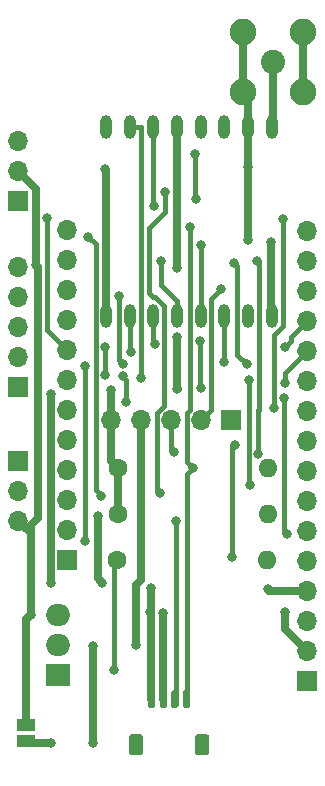
<source format=gbr>
%TF.GenerationSoftware,KiCad,Pcbnew,5.1.12-84ad8e8a86~92~ubuntu18.04.1*%
%TF.CreationDate,2022-01-08T21:29:22-05:00*%
%TF.ProjectId,remote,72656d6f-7465-42e6-9b69-6361645f7063,rev?*%
%TF.SameCoordinates,Original*%
%TF.FileFunction,Copper,L1,Top*%
%TF.FilePolarity,Positive*%
%FSLAX46Y46*%
G04 Gerber Fmt 4.6, Leading zero omitted, Abs format (unit mm)*
G04 Created by KiCad (PCBNEW 5.1.12-84ad8e8a86~92~ubuntu18.04.1) date 2022-01-08 21:29:22*
%MOMM*%
%LPD*%
G01*
G04 APERTURE LIST*
%TA.AperFunction,ComponentPad*%
%ADD10O,1.700000X1.700000*%
%TD*%
%TA.AperFunction,ComponentPad*%
%ADD11R,1.700000X1.700000*%
%TD*%
%TA.AperFunction,ComponentPad*%
%ADD12O,2.000000X1.905000*%
%TD*%
%TA.AperFunction,ComponentPad*%
%ADD13R,2.000000X1.905000*%
%TD*%
%TA.AperFunction,ComponentPad*%
%ADD14O,1.600000X1.600000*%
%TD*%
%TA.AperFunction,ComponentPad*%
%ADD15C,1.600000*%
%TD*%
%TA.AperFunction,SMDPad,CuDef*%
%ADD16R,1.500000X1.000000*%
%TD*%
%TA.AperFunction,SMDPad,CuDef*%
%ADD17O,1.000000X2.000000*%
%TD*%
%TA.AperFunction,ComponentPad*%
%ADD18C,2.250000*%
%TD*%
%TA.AperFunction,ComponentPad*%
%ADD19C,2.050000*%
%TD*%
%TA.AperFunction,ViaPad*%
%ADD20C,0.800000*%
%TD*%
%TA.AperFunction,Conductor*%
%ADD21C,0.700000*%
%TD*%
%TA.AperFunction,Conductor*%
%ADD22C,0.400000*%
%TD*%
G04 APERTURE END LIST*
D10*
%TO.P,J2,5*%
%TO.N,GND*%
X23550000Y-115270000D03*
%TO.P,J2,4*%
%TO.N,A2*%
X23550000Y-117810000D03*
%TO.P,J2,3*%
%TO.N,A1*%
X23550000Y-120350000D03*
%TO.P,J2,2*%
%TO.N,A0*%
X23550000Y-122890000D03*
D11*
%TO.P,J2,1*%
%TO.N,+3V3*%
X23550000Y-125430000D03*
%TD*%
D12*
%TO.P,Q1,3*%
%TO.N,GND*%
X26940000Y-144730000D03*
%TO.P,Q1,2*%
%TO.N,POWER_1*%
X26940000Y-147270000D03*
D13*
%TO.P,Q1,1*%
%TO.N,A4*%
X26940000Y-149810000D03*
%TD*%
D14*
%TO.P,R3,2*%
%TO.N,GND*%
X44670000Y-140140000D03*
D15*
%TO.P,R3,1*%
%TO.N,A4*%
X31970000Y-140140000D03*
%TD*%
D16*
%TO.P,JP1,1*%
%TO.N,GND*%
X24260000Y-154100000D03*
%TO.P,JP1,2*%
%TO.N,POWER_1*%
X24260000Y-155400000D03*
%TD*%
D17*
%TO.P,U1,1*%
%TO.N,GND*%
X31040000Y-119480000D03*
%TO.P,U1,2*%
%TO.N,MISO*%
X33040000Y-119480000D03*
%TO.P,U1,3*%
%TO.N,MOSI*%
X35040000Y-119480000D03*
%TO.P,U1,4*%
%TO.N,SCK*%
X37040000Y-119480000D03*
%TO.P,U1,5*%
%TO.N,D5*%
X39040000Y-119480000D03*
%TO.P,U1,6*%
%TO.N,D6*%
X41040000Y-119480000D03*
%TO.P,U1,7*%
%TO.N,N/C*%
X43040000Y-119480000D03*
%TO.P,U1,8*%
%TO.N,GND*%
X45040000Y-119480000D03*
%TO.P,U1,9*%
%TO.N,Net-(J1-Pad1)*%
X45040000Y-103480000D03*
%TO.P,U1,10*%
%TO.N,GND*%
X43040000Y-103480000D03*
%TO.P,U1,11*%
%TO.N,N/C*%
X41040000Y-103480000D03*
%TO.P,U1,12*%
X39040000Y-103480000D03*
%TO.P,U1,13*%
%TO.N,+3V3*%
X37040000Y-103480000D03*
%TO.P,U1,14*%
%TO.N,D9*%
X35040000Y-103480000D03*
%TO.P,U1,15*%
%TO.N,A3*%
X33040000Y-103480000D03*
%TO.P,U1,16*%
%TO.N,N/C*%
X31040000Y-103480000D03*
%TD*%
%TO.P,J20,1*%
%TO.N,GND*%
%TA.AperFunction,SMDPad,CuDef*%
G36*
G01*
X34560000Y-152505000D02*
X34560000Y-151255000D01*
G75*
G02*
X34710000Y-151105000I150000J0D01*
G01*
X35010000Y-151105000D01*
G75*
G02*
X35160000Y-151255000I0J-150000D01*
G01*
X35160000Y-152505000D01*
G75*
G02*
X35010000Y-152655000I-150000J0D01*
G01*
X34710000Y-152655000D01*
G75*
G02*
X34560000Y-152505000I0J150000D01*
G01*
G37*
%TD.AperFunction*%
%TO.P,J20,2*%
%TO.N,+3V3*%
%TA.AperFunction,SMDPad,CuDef*%
G36*
G01*
X35560000Y-152505000D02*
X35560000Y-151255000D01*
G75*
G02*
X35710000Y-151105000I150000J0D01*
G01*
X36010000Y-151105000D01*
G75*
G02*
X36160000Y-151255000I0J-150000D01*
G01*
X36160000Y-152505000D01*
G75*
G02*
X36010000Y-152655000I-150000J0D01*
G01*
X35710000Y-152655000D01*
G75*
G02*
X35560000Y-152505000I0J150000D01*
G01*
G37*
%TD.AperFunction*%
%TO.P,J20,3*%
%TO.N,SDA*%
%TA.AperFunction,SMDPad,CuDef*%
G36*
G01*
X36560000Y-152505000D02*
X36560000Y-151255000D01*
G75*
G02*
X36710000Y-151105000I150000J0D01*
G01*
X37010000Y-151105000D01*
G75*
G02*
X37160000Y-151255000I0J-150000D01*
G01*
X37160000Y-152505000D01*
G75*
G02*
X37010000Y-152655000I-150000J0D01*
G01*
X36710000Y-152655000D01*
G75*
G02*
X36560000Y-152505000I0J150000D01*
G01*
G37*
%TD.AperFunction*%
%TO.P,J20,4*%
%TO.N,SCL*%
%TA.AperFunction,SMDPad,CuDef*%
G36*
G01*
X37560000Y-152505000D02*
X37560000Y-151255000D01*
G75*
G02*
X37710000Y-151105000I150000J0D01*
G01*
X38010000Y-151105000D01*
G75*
G02*
X38160000Y-151255000I0J-150000D01*
G01*
X38160000Y-152505000D01*
G75*
G02*
X38010000Y-152655000I-150000J0D01*
G01*
X37710000Y-152655000D01*
G75*
G02*
X37560000Y-152505000I0J150000D01*
G01*
G37*
%TD.AperFunction*%
%TO.P,J20,MP*%
%TO.N,N/C*%
%TA.AperFunction,SMDPad,CuDef*%
G36*
G01*
X32960000Y-156405001D02*
X32960000Y-155104999D01*
G75*
G02*
X33209999Y-154855000I249999J0D01*
G01*
X33910001Y-154855000D01*
G75*
G02*
X34160000Y-155104999I0J-249999D01*
G01*
X34160000Y-156405001D01*
G75*
G02*
X33910001Y-156655000I-249999J0D01*
G01*
X33209999Y-156655000D01*
G75*
G02*
X32960000Y-156405001I0J249999D01*
G01*
G37*
%TD.AperFunction*%
%TA.AperFunction,SMDPad,CuDef*%
G36*
G01*
X38560000Y-156405001D02*
X38560000Y-155104999D01*
G75*
G02*
X38809999Y-154855000I249999J0D01*
G01*
X39510001Y-154855000D01*
G75*
G02*
X39760000Y-155104999I0J-249999D01*
G01*
X39760000Y-156405001D01*
G75*
G02*
X39510001Y-156655000I-249999J0D01*
G01*
X38809999Y-156655000D01*
G75*
G02*
X38560000Y-156405001I0J249999D01*
G01*
G37*
%TD.AperFunction*%
%TD*%
D10*
%TO.P,U2,3*%
%TO.N,N/C*%
X27740000Y-134990000D03*
D11*
%TO.P,U2,1*%
X27740000Y-140070000D03*
D10*
%TO.P,U2,8*%
%TO.N,D9*%
X27740000Y-122290000D03*
%TO.P,U2,11*%
%TO.N,SCL*%
X27740000Y-114670000D03*
%TO.P,U2,2*%
%TO.N,EN*%
X27740000Y-137530000D03*
%TO.P,U2,6*%
%TO.N,N/C*%
X27740000Y-127370000D03*
%TO.P,U2,7*%
X27740000Y-124830000D03*
%TO.P,U2,12*%
%TO.N,SDA*%
X27740000Y-112130000D03*
%TO.P,U2,9*%
%TO.N,D6*%
X27740000Y-119750000D03*
%TO.P,U2,10*%
%TO.N,D5*%
X27740000Y-117210000D03*
%TO.P,U2,4*%
%TO.N,N/C*%
X27740000Y-132450000D03*
%TO.P,U2,5*%
X27740000Y-129910000D03*
D11*
%TO.P,U2,13*%
X48060000Y-150310000D03*
D10*
%TO.P,U2,14*%
%TO.N,+3V3*%
X48060000Y-147770000D03*
%TO.P,U2,15*%
%TO.N,N/C*%
X48060000Y-145230000D03*
%TO.P,U2,16*%
%TO.N,GND*%
X48060000Y-142690000D03*
%TO.P,U2,17*%
%TO.N,A0*%
X48060000Y-140150000D03*
%TO.P,U2,18*%
%TO.N,A1*%
X48060000Y-137610000D03*
%TO.P,U2,19*%
%TO.N,A2*%
X48060000Y-135070000D03*
%TO.P,U2,20*%
%TO.N,A3*%
X48060000Y-132530000D03*
%TO.P,U2,21*%
%TO.N,A4*%
X48060000Y-129990000D03*
%TO.P,U2,22*%
%TO.N,A5*%
X48060000Y-127450000D03*
%TO.P,U2,23*%
%TO.N,SCK*%
X48060000Y-124910000D03*
%TO.P,U2,24*%
%TO.N,MOSI*%
X48060000Y-122370000D03*
%TO.P,U2,25*%
%TO.N,MISO*%
X48060000Y-119830000D03*
%TO.P,U2,26*%
%TO.N,RX_D0*%
X48060000Y-117290000D03*
%TO.P,U2,27*%
%TO.N,TX_D1*%
X48060000Y-114750000D03*
%TO.P,U2,28*%
%TO.N,N/C*%
X48060000Y-112210000D03*
%TD*%
D18*
%TO.P,J1,2*%
%TO.N,GND*%
X42640000Y-100500000D03*
X42640000Y-95420000D03*
X47720000Y-95420000D03*
X47720000Y-100500000D03*
D19*
%TO.P,J1,1*%
%TO.N,Net-(J1-Pad1)*%
X45180000Y-97960000D03*
%TD*%
D11*
%TO.P,U5,1*%
%TO.N,N/C*%
X41630000Y-128280000D03*
D10*
%TO.P,U5,2*%
%TO.N,RX_D0*%
X39090000Y-128280000D03*
%TO.P,U5,3*%
%TO.N,TX_D1*%
X36550000Y-128280000D03*
%TO.P,U5,4*%
%TO.N,POWER_1*%
X34010000Y-128280000D03*
%TO.P,U5,5*%
%TO.N,+3V3*%
X31470000Y-128280000D03*
%TD*%
D14*
%TO.P,R1,2*%
%TO.N,SCL*%
X44740000Y-132280000D03*
D15*
%TO.P,R1,1*%
%TO.N,+3V3*%
X32040000Y-132280000D03*
%TD*%
D14*
%TO.P,R2,2*%
%TO.N,SDA*%
X44740000Y-136210000D03*
D15*
%TO.P,R2,1*%
%TO.N,+3V3*%
X32040000Y-136210000D03*
%TD*%
D10*
%TO.P,J19,3*%
%TO.N,A5*%
X23550000Y-104600000D03*
%TO.P,J19,2*%
%TO.N,GND*%
X23550000Y-107140000D03*
D11*
%TO.P,J19,1*%
%TO.N,N/C*%
X23550000Y-109680000D03*
%TD*%
D10*
%TO.P,J5,3*%
%TO.N,GND*%
X23600000Y-136770000D03*
%TO.P,J5,2*%
%TO.N,EN*%
X23600000Y-134230000D03*
D11*
%TO.P,J5,1*%
%TO.N,N/C*%
X23600000Y-131690000D03*
%TD*%
D20*
%TO.N,GND*%
X34750000Y-144540000D03*
X24660000Y-144730000D03*
X44700000Y-142550000D03*
X34850000Y-142500000D03*
X25100000Y-115160000D03*
X30960000Y-106990000D03*
X43040000Y-106850000D03*
X43030000Y-113040000D03*
X45000000Y-113150000D03*
%TO.N,+3V3*%
X35840000Y-144580000D03*
X46200000Y-144540000D03*
X26340000Y-126040000D03*
X26340000Y-142010000D03*
X30720000Y-142050000D03*
X30330000Y-136370000D03*
X37060000Y-125630000D03*
X31410000Y-125670000D03*
X37040000Y-121250000D03*
X37030000Y-115380000D03*
%TO.N,SDA*%
X36950000Y-136840000D03*
X29520000Y-112760000D03*
X30630000Y-134670000D03*
%TO.N,SCL*%
X38380000Y-132310000D03*
X38090000Y-111900000D03*
%TO.N,D9*%
X35110000Y-110110000D03*
X26050000Y-111170000D03*
%TO.N,A0*%
X29260000Y-138490000D03*
X29220000Y-123660000D03*
%TO.N,A5*%
X45210000Y-127250000D03*
X38540000Y-105700000D03*
X38610000Y-109520000D03*
X45970000Y-111220000D03*
%TO.N,POWER_1*%
X29960000Y-147360000D03*
X29960000Y-155640000D03*
X26350000Y-155600000D03*
X33600000Y-147280000D03*
%TO.N,RX_D0*%
X40750000Y-117190000D03*
%TO.N,TX_D1*%
X36750000Y-131000000D03*
X43900000Y-131130000D03*
X43820000Y-114830000D03*
%TO.N,A2*%
X35570000Y-134410000D03*
X36050000Y-108960000D03*
%TO.N,SCK*%
X35670000Y-114750000D03*
X41890000Y-114970000D03*
X42920000Y-123530000D03*
%TO.N,MOSI*%
X35140010Y-121830000D03*
X38970000Y-121580000D03*
X39060000Y-125560000D03*
X46190000Y-125100000D03*
%TO.N,A1*%
X46130000Y-126420000D03*
X46380000Y-137890000D03*
X32700000Y-126760000D03*
X32419469Y-124547512D03*
X30940000Y-124460000D03*
X30939990Y-122070000D03*
%TO.N,MISO*%
X33160000Y-122490000D03*
X46190000Y-122040000D03*
%TO.N,D6*%
X32130000Y-117740000D03*
X32490000Y-123550000D03*
X41050000Y-123300000D03*
%TO.N,A4*%
X31700000Y-149410000D03*
X41710000Y-139860000D03*
X41900000Y-130330000D03*
%TO.N,A3*%
X34000000Y-124680000D03*
X43100000Y-124860000D03*
X43170000Y-133770000D03*
%TO.N,D5*%
X39040000Y-113440000D03*
%TD*%
D21*
%TO.N,GND*%
X34860000Y-151880000D02*
X34860000Y-144650000D01*
X34860000Y-144650000D02*
X34750000Y-144540000D01*
X24260000Y-154100000D02*
X24260000Y-145130000D01*
X24260000Y-145130000D02*
X24660000Y-144730000D01*
X24660000Y-137830000D02*
X23600000Y-136770000D01*
X48060000Y-142690000D02*
X44840000Y-142690000D01*
X44840000Y-142690000D02*
X44700000Y-142550000D01*
X34850000Y-144440000D02*
X34750000Y-144540000D01*
X34850000Y-142500000D02*
X34850000Y-144440000D01*
X24660000Y-138470000D02*
X24660000Y-137120000D01*
X24660000Y-138470000D02*
X24660000Y-137830000D01*
X24660000Y-144730000D02*
X24660000Y-138470000D01*
X25000001Y-136779999D02*
X25010001Y-136779999D01*
X24660000Y-137120000D02*
X25000001Y-136779999D01*
X25010001Y-136779999D02*
X25260000Y-136530000D01*
X25260000Y-136530000D02*
X25260000Y-115320000D01*
X25260000Y-115320000D02*
X25100000Y-115160000D01*
X31040000Y-119480000D02*
X31040000Y-107070000D01*
X31040000Y-107070000D02*
X30960000Y-106990000D01*
X43040000Y-106850000D02*
X43040000Y-103480000D01*
X43040000Y-100900000D02*
X42640000Y-100500000D01*
X43040000Y-103480000D02*
X43040000Y-100900000D01*
X42640000Y-95420000D02*
X42640000Y-100500000D01*
X47720000Y-95420000D02*
X47720000Y-100500000D01*
X25100000Y-108690000D02*
X23550000Y-107140000D01*
X25100000Y-115160000D02*
X25100000Y-108690000D01*
X43040000Y-106850000D02*
X43040000Y-113030000D01*
X43040000Y-113030000D02*
X43030000Y-113040000D01*
X45000000Y-119440000D02*
X45040000Y-119480000D01*
X45000000Y-113150000D02*
X45000000Y-119440000D01*
%TO.N,+3V3*%
X35860000Y-151880000D02*
X35860000Y-144600000D01*
X35860000Y-144600000D02*
X35840000Y-144580000D01*
X46200000Y-145910000D02*
X48060000Y-147770000D01*
X46200000Y-144540000D02*
X46200000Y-145910000D01*
X26340000Y-126040000D02*
X26340000Y-142010000D01*
X30720000Y-142050000D02*
X30330000Y-141660000D01*
X30330000Y-141660000D02*
X30330000Y-136370000D01*
X32040000Y-136210000D02*
X32040000Y-132280000D01*
X31470000Y-131710000D02*
X32040000Y-132280000D01*
X31470000Y-128280000D02*
X31470000Y-131710000D01*
X31410000Y-128220000D02*
X31470000Y-128280000D01*
X31410000Y-125670000D02*
X31410000Y-128220000D01*
X37080000Y-125610000D02*
X37060000Y-125630000D01*
X37040000Y-125610000D02*
X37060000Y-125630000D01*
X37040000Y-121250000D02*
X37040000Y-125610000D01*
X37040000Y-103480000D02*
X37040000Y-115370000D01*
X37040000Y-115370000D02*
X37030000Y-115380000D01*
D22*
%TO.N,SDA*%
X36950000Y-151790000D02*
X36860000Y-151880000D01*
X36950000Y-136840000D02*
X36950000Y-151790000D01*
X30139990Y-134179990D02*
X30630000Y-134670000D01*
X29520000Y-112760000D02*
X30139990Y-113379990D01*
X30139990Y-113379990D02*
X30139990Y-134179990D01*
%TO.N,SCL*%
X37860000Y-151880000D02*
X37860000Y-132830000D01*
X37860000Y-132830000D02*
X38380000Y-132310000D01*
X38139990Y-127380008D02*
X38139990Y-114130010D01*
X37839999Y-127679999D02*
X38139990Y-127380008D01*
X38380000Y-132310000D02*
X37839999Y-131769999D01*
X37839999Y-131769999D02*
X37839999Y-127679999D01*
X38090000Y-114080020D02*
X38139990Y-114130010D01*
X38090000Y-111900000D02*
X38090000Y-114080020D01*
%TO.N,D9*%
X35040000Y-103480000D02*
X35040000Y-110040000D01*
X35040000Y-110040000D02*
X35110000Y-110110000D01*
X26050000Y-120600000D02*
X27740000Y-122290000D01*
X26050000Y-111170000D02*
X26050000Y-120600000D01*
%TO.N,A0*%
X29260000Y-138490000D02*
X29260000Y-123700000D01*
X29260000Y-123700000D02*
X29220000Y-123660000D01*
%TO.N,A5*%
X38540000Y-105700000D02*
X38540000Y-109150000D01*
X38540000Y-109150000D02*
X38540000Y-109450000D01*
X38540000Y-109450000D02*
X38610000Y-109520000D01*
X45210000Y-121082806D02*
X45210000Y-127250000D01*
X45970000Y-111220000D02*
X45970000Y-120322806D01*
X45970000Y-120322806D02*
X45210000Y-121082806D01*
D21*
%TO.N,POWER_1*%
X29960000Y-147360000D02*
X29960000Y-155640000D01*
X24460000Y-155600000D02*
X24260000Y-155400000D01*
X26350000Y-155600000D02*
X24460000Y-155600000D01*
X34010000Y-128280000D02*
X34010000Y-141790000D01*
X34010000Y-141790000D02*
X33600000Y-142200000D01*
X33600000Y-142200000D02*
X33600000Y-147280000D01*
D22*
%TO.N,RX_D0*%
X39940010Y-117999990D02*
X40750000Y-117190000D01*
X39090000Y-128280000D02*
X39940010Y-127429990D01*
X39940010Y-127429990D02*
X39940010Y-117999990D01*
%TO.N,TX_D1*%
X36550000Y-128280000D02*
X36550000Y-130800000D01*
X36550000Y-130800000D02*
X36750000Y-131000000D01*
X43900000Y-131130000D02*
X43900000Y-127430000D01*
X43940010Y-114950010D02*
X43820000Y-114830000D01*
X43900000Y-127430000D02*
X43940010Y-127389990D01*
X43940010Y-127389990D02*
X43940010Y-114950010D01*
%TO.N,A2*%
X35299999Y-134139999D02*
X35570000Y-134410000D01*
X35299999Y-127679999D02*
X35299999Y-134139999D01*
X35940010Y-127039988D02*
X35299999Y-127679999D01*
X35940010Y-118607204D02*
X35132806Y-117800000D01*
X35940010Y-127039988D02*
X35940010Y-118607204D01*
X35132806Y-117800000D02*
X34960000Y-117800000D01*
X34960000Y-117800000D02*
X34690000Y-117530000D01*
X34690000Y-117530000D02*
X34690000Y-112030000D01*
X34690000Y-112030000D02*
X36050000Y-110670000D01*
X36050000Y-110670000D02*
X36050000Y-108960000D01*
D21*
%TO.N,Net-(J1-Pad1)*%
X45180000Y-103340000D02*
X45040000Y-103480000D01*
X45180000Y-97960000D02*
X45180000Y-103340000D01*
D22*
%TO.N,SCK*%
X37040000Y-119480000D02*
X37040000Y-118190000D01*
X37040000Y-118190000D02*
X35670000Y-116820000D01*
X35670000Y-116820000D02*
X35670000Y-114750000D01*
X42139990Y-122749990D02*
X42920000Y-123530000D01*
X41890000Y-114970000D02*
X42139990Y-115219990D01*
X42139990Y-115219990D02*
X42139990Y-122749990D01*
%TO.N,MOSI*%
X35040000Y-119480000D02*
X35040000Y-121729990D01*
X35040000Y-121729990D02*
X35140010Y-121830000D01*
X38970000Y-121580000D02*
X38970000Y-125470000D01*
X38970000Y-125470000D02*
X39060000Y-125560000D01*
X46190000Y-124240000D02*
X48060000Y-122370000D01*
X46190000Y-125100000D02*
X46190000Y-124240000D01*
%TO.N,A1*%
X46130000Y-126420000D02*
X46130000Y-137860000D01*
X46130000Y-137860000D02*
X46160000Y-137890000D01*
X46160000Y-137890000D02*
X46380000Y-137890000D01*
X32700000Y-126760000D02*
X32700000Y-124828043D01*
X32700000Y-124828043D02*
X32419469Y-124547512D01*
X30940000Y-124460000D02*
X30940000Y-122070010D01*
X30940000Y-122070010D02*
X30939990Y-122070000D01*
%TO.N,MISO*%
X33040000Y-119480000D02*
X33040000Y-122370000D01*
X33040000Y-122370000D02*
X33160000Y-122490000D01*
X46190000Y-122040000D02*
X46690000Y-121540000D01*
X46690000Y-121200000D02*
X48060000Y-119830000D01*
X46690000Y-121540000D02*
X46690000Y-121200000D01*
%TO.N,D6*%
X32130000Y-117740000D02*
X32130000Y-123190000D01*
X32130000Y-123190000D02*
X32490000Y-123550000D01*
X41050000Y-119490000D02*
X41040000Y-119480000D01*
X41050000Y-123300000D02*
X41050000Y-119490000D01*
%TO.N,A4*%
X31700000Y-140410000D02*
X31970000Y-140140000D01*
X31700000Y-149410000D02*
X31700000Y-140410000D01*
X41710000Y-139860000D02*
X41710000Y-130520000D01*
X41710000Y-130520000D02*
X41900000Y-130330000D01*
%TO.N,A3*%
X34000000Y-103540000D02*
X34000000Y-124680000D01*
X33040000Y-103480000D02*
X33940000Y-103480000D01*
X33940000Y-103480000D02*
X34000000Y-103540000D01*
X43100000Y-124860000D02*
X43100000Y-133700000D01*
X43100000Y-133700000D02*
X43170000Y-133770000D01*
%TO.N,D5*%
X39060000Y-116240000D02*
X39060000Y-116710000D01*
X39040000Y-116730000D02*
X39040000Y-119480000D01*
X39060000Y-116710000D02*
X39040000Y-116730000D01*
X39060000Y-116710000D02*
X39060000Y-113460000D01*
X39060000Y-113460000D02*
X39040000Y-113440000D01*
%TD*%
M02*

</source>
